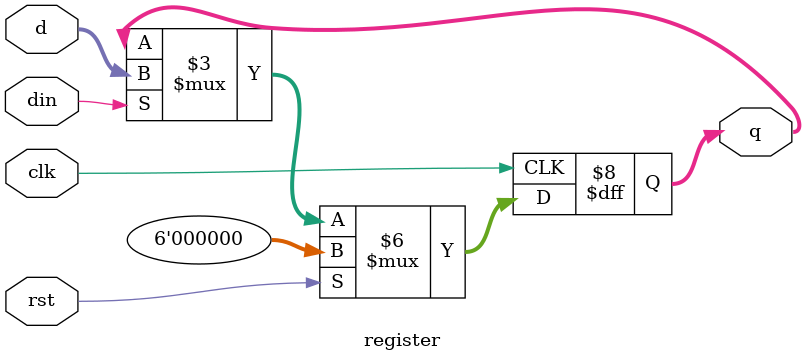
<source format=sv>
`timescale 1ns / 1ps


module register(input logic clk, rst, din,
                input logic [5:0] d,
                output logic [5:0] q);

        always_ff@(posedge clk)
            begin
                if(rst) q <= 5'b00000;
                else 
                    if(din) q <= d;
                    else q <= q;
            end
            
endmodule

</source>
